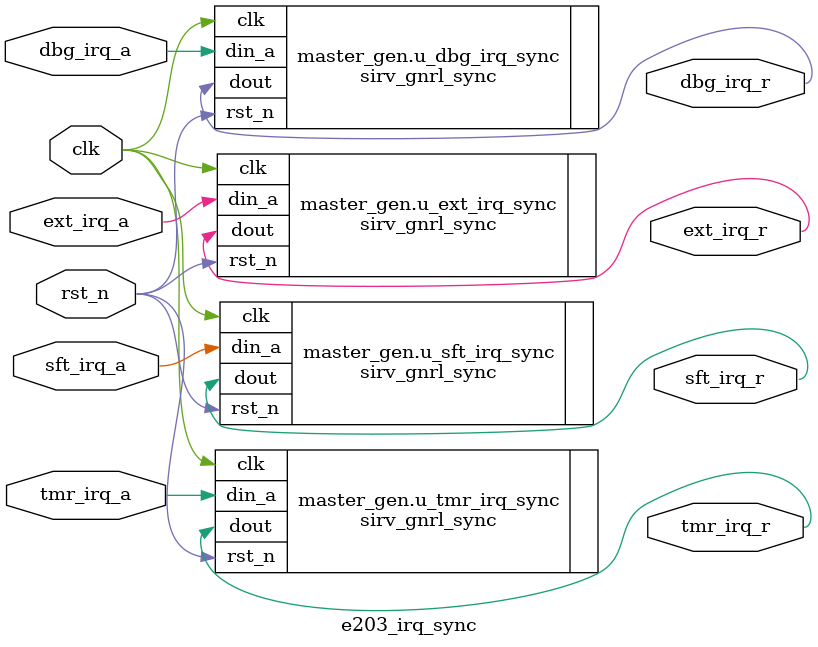
<source format=v>
 /*                                                                      
 Copyright 2018-2020 Nuclei System Technology, Inc.                
                                                                         
 Licensed under the Apache License, Version 2.0 (the "License");         
 you may not use this file except in compliance with the License.        
 You may obtain a copy of the License at                                 
                                                                         
     http://www.apache.org/licenses/LICENSE-2.0                          
                                                                         
  Unless required by applicable law or agreed to in writing, software    
 distributed under the License is distributed on an "AS IS" BASIS,       
 WITHOUT WARRANTIES OR CONDITIONS OF ANY KIND, either express or implied.
 See the License for the specific language governing permissions and     
 limitations under the License.                                          
 */                                                                      
                                                                         
                                                                         
                                                                         
//=====================================================================
// Designer   : Bob Hu
//
// Description:
//  The IRQ and Event Sync module
//
// ====================================================================

module e203_irq_sync #(
  parameter MASTER = 1 
) (
  input  clk,    
  input  rst_n,   

  input  ext_irq_a,
  input  sft_irq_a,
  input  tmr_irq_a,
  input  dbg_irq_a,

  output ext_irq_r,
  output sft_irq_r,
  output tmr_irq_r,
  output dbg_irq_r 
);
generate 
  if(MASTER == 1) begin:master_gen
      sirv_gnrl_sync # (
        .DP(2),
        .DW(1)
      ) u_dbg_irq_sync(
          .din_a    (dbg_irq_a),
          .dout     (dbg_irq_r),
          .clk      (clk  ),
          .rst_n    (rst_n) 
      );
      
      
      sirv_gnrl_sync # (
        .DP(2),
        .DW(1)
      ) u_ext_irq_sync(
          .din_a    (ext_irq_a),
          .dout     (ext_irq_r),
          .clk      (clk  ),
          .rst_n    (rst_n) 
      );
      
      sirv_gnrl_sync # (
        .DP(2),
        .DW(1)
      ) u_sft_irq_sync(
          .din_a    (sft_irq_a),
          .dout     (sft_irq_r),
          .clk      (clk  ),
          .rst_n    (rst_n) 
      );
      
      sirv_gnrl_sync # (
        .DP(2),
        .DW(1)
      ) u_tmr_irq_sync(
          .din_a    (tmr_irq_a),
          .dout     (tmr_irq_r),
          .clk      (clk  ),
          .rst_n    (rst_n) 
      );
      
      
  end
  else begin:slave_gen
         // Just pass through for slave in lockstep mode
     assign ext_irq_r = ext_irq_a;
     assign sft_irq_r = sft_irq_a;
     assign tmr_irq_r = tmr_irq_a;
     assign dbg_irq_r = dbg_irq_a;
   
  end
endgenerate


endmodule


</source>
